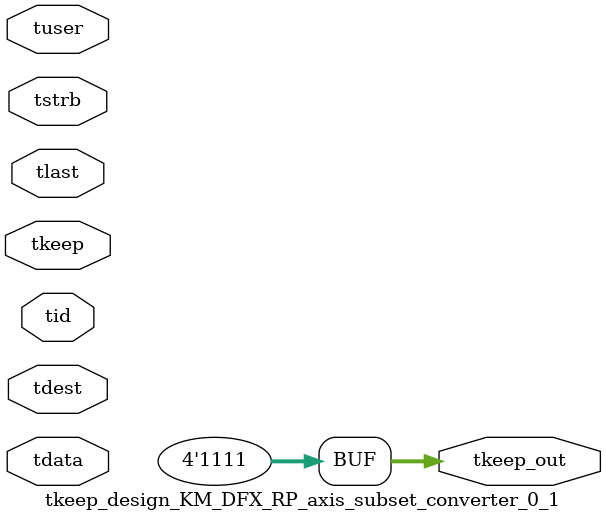
<source format=v>


`timescale 1ps/1ps

module tkeep_design_KM_DFX_RP_axis_subset_converter_0_1 #
(
parameter C_S_AXIS_TDATA_WIDTH = 32,
parameter C_S_AXIS_TUSER_WIDTH = 0,
parameter C_S_AXIS_TID_WIDTH   = 0,
parameter C_S_AXIS_TDEST_WIDTH = 0,
parameter C_M_AXIS_TDATA_WIDTH = 32
)
(
input  [(C_S_AXIS_TDATA_WIDTH == 0 ? 1 : C_S_AXIS_TDATA_WIDTH)-1:0     ] tdata,
input  [(C_S_AXIS_TUSER_WIDTH == 0 ? 1 : C_S_AXIS_TUSER_WIDTH)-1:0     ] tuser,
input  [(C_S_AXIS_TID_WIDTH   == 0 ? 1 : C_S_AXIS_TID_WIDTH)-1:0       ] tid,
input  [(C_S_AXIS_TDEST_WIDTH == 0 ? 1 : C_S_AXIS_TDEST_WIDTH)-1:0     ] tdest,
input  [(C_S_AXIS_TDATA_WIDTH/8)-1:0 ] tkeep,
input  [(C_S_AXIS_TDATA_WIDTH/8)-1:0 ] tstrb,
input                                                                    tlast,
output [(C_M_AXIS_TDATA_WIDTH/8)-1:0 ] tkeep_out
);

assign tkeep_out = {4'b1111};

endmodule


</source>
